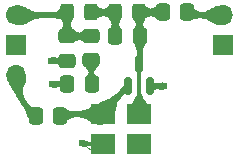
<source format=gbr>
%TF.GenerationSoftware,KiCad,Pcbnew,(6.0.7)*%
%TF.CreationDate,2022-10-05T07:55:04+03:00*%
%TF.ProjectId,Basic-150-MHz-Telemetry-Transmitter-SMD,42617369-632d-4313-9530-2d4d487a2d54,rev?*%
%TF.SameCoordinates,Original*%
%TF.FileFunction,Copper,L1,Top*%
%TF.FilePolarity,Positive*%
%FSLAX46Y46*%
G04 Gerber Fmt 4.6, Leading zero omitted, Abs format (unit mm)*
G04 Created by KiCad (PCBNEW (6.0.7)) date 2022-10-05 07:55:04*
%MOMM*%
%LPD*%
G01*
G04 APERTURE LIST*
G04 Aperture macros list*
%AMRoundRect*
0 Rectangle with rounded corners*
0 $1 Rounding radius*
0 $2 $3 $4 $5 $6 $7 $8 $9 X,Y pos of 4 corners*
0 Add a 4 corners polygon primitive as box body*
4,1,4,$2,$3,$4,$5,$6,$7,$8,$9,$2,$3,0*
0 Add four circle primitives for the rounded corners*
1,1,$1+$1,$2,$3*
1,1,$1+$1,$4,$5*
1,1,$1+$1,$6,$7*
1,1,$1+$1,$8,$9*
0 Add four rect primitives between the rounded corners*
20,1,$1+$1,$2,$3,$4,$5,0*
20,1,$1+$1,$4,$5,$6,$7,0*
20,1,$1+$1,$6,$7,$8,$9,0*
20,1,$1+$1,$8,$9,$2,$3,0*%
G04 Aperture macros list end*
%TA.AperFunction,SMDPad,CuDef*%
%ADD10R,2.100000X1.800000*%
%TD*%
%TA.AperFunction,SMDPad,CuDef*%
%ADD11RoundRect,0.250000X-0.475000X0.337500X-0.475000X-0.337500X0.475000X-0.337500X0.475000X0.337500X0*%
%TD*%
%TA.AperFunction,SMDPad,CuDef*%
%ADD12RoundRect,0.250000X-0.325000X-0.450000X0.325000X-0.450000X0.325000X0.450000X-0.325000X0.450000X0*%
%TD*%
%TA.AperFunction,SMDPad,CuDef*%
%ADD13RoundRect,0.250000X-0.337500X-0.475000X0.337500X-0.475000X0.337500X0.475000X-0.337500X0.475000X0*%
%TD*%
%TA.AperFunction,SMDPad,CuDef*%
%ADD14RoundRect,0.150000X0.150000X-0.587500X0.150000X0.587500X-0.150000X0.587500X-0.150000X-0.587500X0*%
%TD*%
%TA.AperFunction,ComponentPad*%
%ADD15C,1.700000*%
%TD*%
%TA.AperFunction,ComponentPad*%
%ADD16R,1.700000X1.700000*%
%TD*%
%TA.AperFunction,ComponentPad*%
%ADD17O,1.700000X1.700000*%
%TD*%
%TA.AperFunction,SMDPad,CuDef*%
%ADD18RoundRect,0.250000X0.337500X0.475000X-0.337500X0.475000X-0.337500X-0.475000X0.337500X-0.475000X0*%
%TD*%
%TA.AperFunction,SMDPad,CuDef*%
%ADD19RoundRect,0.250000X0.475000X-0.337500X0.475000X0.337500X-0.475000X0.337500X-0.475000X-0.337500X0*%
%TD*%
%TA.AperFunction,ViaPad*%
%ADD20C,0.620000*%
%TD*%
%TA.AperFunction,Conductor*%
%ADD21C,0.500000*%
%TD*%
%TA.AperFunction,Conductor*%
%ADD22C,0.300000*%
%TD*%
G04 APERTURE END LIST*
D10*
%TO.P,Y1,1,1*%
%TO.N,Net-(C2-Pad1)*%
X52660650Y-50726100D03*
%TO.P,Y1,2,2*%
%TO.N,Net-(Q1-Pad1)*%
X49560650Y-50726100D03*
%TO.P,Y1,3,3*%
%TO.N,GND*%
X49560650Y-53226100D03*
%TO.P,Y1,4*%
%TO.N,N/C*%
X52660650Y-53226100D03*
%TD*%
D11*
%TO.P,RP1,1*%
%TO.N,Net-(C1-Pad2)*%
X48596650Y-44100600D03*
%TO.P,RP1,2*%
%TO.N,Net-(CP1-Pad1)*%
X48596650Y-46175600D03*
%TD*%
D12*
%TO.P,L1,1,1*%
%TO.N,Net-(C1-Pad2)*%
X46546650Y-42090100D03*
%TO.P,L1,2,2*%
%TO.N,Net-(C2-Pad2)*%
X48596650Y-42090100D03*
%TD*%
D13*
%TO.P,C3,1*%
%TO.N,Net-(C2-Pad1)*%
X54649650Y-42090100D03*
%TO.P,C3,2*%
%TO.N,Net-(J2-Pad2)*%
X56724650Y-42090100D03*
%TD*%
D14*
%TO.P,Q1,1,B*%
%TO.N,Net-(Q1-Pad1)*%
X51710650Y-48361600D03*
%TO.P,Q1,2,E*%
%TO.N,GND*%
X53610650Y-48361600D03*
%TO.P,Q1,3,C*%
%TO.N,Net-(C2-Pad1)*%
X52660650Y-46486600D03*
%TD*%
D13*
%TO.P,R1,1*%
%TO.N,data*%
X43876150Y-50878500D03*
%TO.P,R1,2*%
%TO.N,Net-(Q1-Pad1)*%
X45951150Y-50878500D03*
%TD*%
D15*
%TO.P,J1,1,Pin_1*%
%TO.N,Net-(C1-Pad2)*%
X42246650Y-42359100D03*
D16*
%TO.P,J1,2,Pin_2*%
%TO.N,GND*%
X42246650Y-44899100D03*
D17*
%TO.P,J1,3,Pin_3*%
%TO.N,data*%
X42246650Y-47439100D03*
%TD*%
D18*
%TO.P,C2,1*%
%TO.N,Net-(C2-Pad1)*%
X52703650Y-44122100D03*
%TO.P,C2,2*%
%TO.N,Net-(C2-Pad2)*%
X50628650Y-44122100D03*
%TD*%
%TO.P,CP1,1*%
%TO.N,Net-(CP1-Pad1)*%
X48618150Y-48186100D03*
%TO.P,CP1,2*%
%TO.N,GND*%
X46543150Y-48186100D03*
%TD*%
D16*
%TO.P,J2,1,Pin_1*%
%TO.N,GND*%
X59772650Y-44884100D03*
D17*
%TO.P,J2,2,Pin_2*%
%TO.N,Net-(J2-Pad2)*%
X59772650Y-42344100D03*
%TD*%
D19*
%TO.P,C1,1*%
%TO.N,GND*%
X46564650Y-46197100D03*
%TO.P,C1,2*%
%TO.N,Net-(C1-Pad2)*%
X46564650Y-44122100D03*
%TD*%
D12*
%TO.P,L2,1,1*%
%TO.N,Net-(C2-Pad2)*%
X50628650Y-42090100D03*
%TO.P,L2,2,2*%
%TO.N,Net-(C2-Pad1)*%
X52678650Y-42090100D03*
%TD*%
D20*
%TO.N,GND*%
X54718050Y-48338500D03*
X45167650Y-46179500D03*
X45269250Y-48186100D03*
X47809250Y-53189900D03*
%TD*%
D21*
%TO.N,GND*%
X46543150Y-48186100D02*
X45269250Y-48186100D01*
X46564650Y-46197100D02*
X45185250Y-46197100D01*
D22*
X49560650Y-53226100D02*
X47845450Y-53226100D01*
X47845450Y-53226100D02*
X47809250Y-53189900D01*
D21*
X53610650Y-48361600D02*
X54694950Y-48361600D01*
D22*
X45185250Y-46197100D02*
X45167650Y-46179500D01*
X54694950Y-48361600D02*
X54718050Y-48338500D01*
D21*
%TO.N,Net-(C1-Pad2)*%
X48575150Y-44122100D02*
X48596650Y-44100600D01*
X46546650Y-44104100D02*
X46564650Y-44122100D01*
X46564650Y-44122100D02*
X48575150Y-44122100D01*
X46546650Y-42090100D02*
X46546650Y-44104100D01*
X42246650Y-42359100D02*
X46277650Y-42359100D01*
X46277650Y-42359100D02*
X46546650Y-42090100D01*
D22*
%TO.N,Net-(C2-Pad1)*%
X52703650Y-46443600D02*
X52660650Y-46486600D01*
X52660650Y-50726100D02*
X52660650Y-46486600D01*
D21*
X52678650Y-44097100D02*
X52703650Y-44122100D01*
X52678650Y-42090100D02*
X54649650Y-42090100D01*
X52678650Y-42090100D02*
X52678650Y-44097100D01*
X52703650Y-44122100D02*
X52703650Y-46443600D01*
%TO.N,Net-(C2-Pad2)*%
X48596650Y-42090100D02*
X50628650Y-42090100D01*
X50628650Y-42090100D02*
X50628650Y-44122100D01*
%TO.N,Net-(J2-Pad2)*%
X56978650Y-42344100D02*
X59772650Y-42344100D01*
X56724650Y-42090100D02*
X56978650Y-42344100D01*
D22*
%TO.N,Net-(CP1-Pad1)*%
X48596650Y-48164600D02*
X48618150Y-48186100D01*
X48596650Y-46175600D02*
X48596650Y-48164600D01*
%TO.N,data*%
X42246650Y-47439100D02*
X42246650Y-47592146D01*
X43418223Y-50420573D02*
X43876150Y-50878500D01*
D21*
X43418221Y-50420575D02*
G75*
G02*
X42246650Y-47592146I2828429J2828425D01*
G01*
D22*
%TO.N,Net-(Q1-Pad1)*%
X45951150Y-50878500D02*
X46103550Y-50726100D01*
D21*
X46103550Y-50726100D02*
X49560650Y-50726100D01*
X49560650Y-50511600D02*
X51710650Y-48361600D01*
D22*
X49560650Y-50726100D02*
X49560650Y-50511600D01*
%TD*%
%TA.AperFunction,Conductor*%
%TO.N,data*%
G36*
X43001566Y-49662946D02*
G01*
X43076241Y-49769798D01*
X43156117Y-49862020D01*
X43235242Y-49933887D01*
X43314069Y-49988846D01*
X43393054Y-50030344D01*
X43472651Y-50061826D01*
X43553314Y-50086739D01*
X43635499Y-50108528D01*
X43719482Y-50130594D01*
X43719828Y-50130691D01*
X43805911Y-50156420D01*
X43806596Y-50156649D01*
X43850072Y-50172730D01*
X43895249Y-50189441D01*
X43896179Y-50189831D01*
X43942134Y-50211495D01*
X43988026Y-50233131D01*
X43989035Y-50233669D01*
X44051184Y-50270893D01*
X44084635Y-50290929D01*
X44085630Y-50291596D01*
X44185556Y-50366316D01*
X44186439Y-50367047D01*
X44285961Y-50457947D01*
X44289759Y-50466057D01*
X44289171Y-50470286D01*
X44086126Y-51079420D01*
X44080258Y-51086185D01*
X44076783Y-51087287D01*
X43387679Y-51191929D01*
X43378985Y-51189783D01*
X43375932Y-51186452D01*
X43306148Y-51071917D01*
X43305938Y-51071556D01*
X43245684Y-50963234D01*
X43245447Y-50962785D01*
X43196581Y-50865194D01*
X43196355Y-50864716D01*
X43156776Y-50775857D01*
X43156580Y-50775389D01*
X43124215Y-50693309D01*
X43124064Y-50692905D01*
X43096818Y-50615573D01*
X43096724Y-50615296D01*
X43072503Y-50540658D01*
X43072472Y-50540560D01*
X43049274Y-50466862D01*
X43025023Y-50392133D01*
X43025011Y-50392095D01*
X42997643Y-50314417D01*
X42965100Y-50231887D01*
X42946273Y-50189617D01*
X42925362Y-50142671D01*
X42925314Y-50142563D01*
X42884887Y-50061826D01*
X42876274Y-50044624D01*
X42876266Y-50044609D01*
X42876214Y-50044505D01*
X42868254Y-50030194D01*
X42845348Y-49989016D01*
X42815731Y-49935772D01*
X42770796Y-49862020D01*
X42747776Y-49824237D01*
X42746398Y-49815388D01*
X42751503Y-49808268D01*
X42985711Y-49659767D01*
X42994533Y-49658231D01*
X43001566Y-49662946D01*
G37*
%TD.AperFunction*%
%TD*%
%TA.AperFunction,Conductor*%
%TO.N,Net-(Q1-Pad1)*%
G36*
X46087980Y-50293354D02*
G01*
X46088418Y-50293370D01*
X46207818Y-50299981D01*
X46208279Y-50300016D01*
X46313100Y-50310226D01*
X46313571Y-50310282D01*
X46359501Y-50316783D01*
X46406490Y-50323434D01*
X46406973Y-50323513D01*
X46450670Y-50331575D01*
X46490670Y-50338956D01*
X46491034Y-50339030D01*
X46568198Y-50356123D01*
X46568472Y-50356187D01*
X46641775Y-50374284D01*
X46641872Y-50374308D01*
X46714020Y-50392777D01*
X46714053Y-50392785D01*
X46714077Y-50392791D01*
X46787607Y-50410944D01*
X46787657Y-50410955D01*
X46865001Y-50428088D01*
X46865017Y-50428091D01*
X46865106Y-50428111D01*
X46865178Y-50428124D01*
X46865201Y-50428129D01*
X46946870Y-50443198D01*
X46949223Y-50443632D01*
X46949328Y-50443647D01*
X46949347Y-50443650D01*
X47042476Y-50456831D01*
X47042481Y-50456832D01*
X47042604Y-50456849D01*
X47147896Y-50467105D01*
X47147993Y-50467110D01*
X47148001Y-50467111D01*
X47267652Y-50473736D01*
X47267660Y-50473736D01*
X47267745Y-50473741D01*
X47267827Y-50473742D01*
X47267843Y-50473743D01*
X47295935Y-50474226D01*
X47404800Y-50476100D01*
X47404800Y-50976100D01*
X47357195Y-50977493D01*
X47357192Y-50977493D01*
X47275904Y-50979872D01*
X47275706Y-50979891D01*
X47275694Y-50979892D01*
X47164640Y-50990688D01*
X47164414Y-50990710D01*
X47129215Y-50996963D01*
X47067957Y-51007845D01*
X47067953Y-51007846D01*
X47067699Y-51007891D01*
X46983130Y-51030694D01*
X46982893Y-51030781D01*
X46982885Y-51030784D01*
X46908312Y-51058309D01*
X46908302Y-51058313D01*
X46908075Y-51058397D01*
X46872908Y-51074845D01*
X46840086Y-51090195D01*
X46840079Y-51090198D01*
X46839907Y-51090279D01*
X46839738Y-51090372D01*
X46839731Y-51090376D01*
X46776125Y-51125546D01*
X46775993Y-51125619D01*
X46775879Y-51125689D01*
X46775875Y-51125691D01*
X46713706Y-51163694D01*
X46650428Y-51203775D01*
X46650320Y-51203842D01*
X46583678Y-51245050D01*
X46583344Y-51245250D01*
X46510528Y-51286990D01*
X46510055Y-51287245D01*
X46446384Y-51319672D01*
X46428521Y-51328769D01*
X46427899Y-51329063D01*
X46334943Y-51369710D01*
X46334267Y-51369981D01*
X46227179Y-51409076D01*
X46226501Y-51409300D01*
X46191377Y-51419742D01*
X46109459Y-51444095D01*
X46100553Y-51443168D01*
X46097360Y-51440629D01*
X45924662Y-51245250D01*
X45687015Y-50976394D01*
X45672193Y-50959625D01*
X45669281Y-50951156D01*
X45670203Y-50947271D01*
X45948056Y-50298228D01*
X45954462Y-50291972D01*
X45959012Y-50291135D01*
X46087980Y-50293354D01*
G37*
%TD.AperFunction*%
%TD*%
%TA.AperFunction,Conductor*%
%TO.N,Net-(C2-Pad1)*%
G36*
X53269054Y-44111052D02*
G01*
X53269055Y-44111053D01*
X53284458Y-44118754D01*
X53290326Y-44125519D01*
X53290920Y-44129578D01*
X53286863Y-44261615D01*
X53286812Y-44262414D01*
X53274793Y-44383305D01*
X53274673Y-44384174D01*
X53256129Y-44489581D01*
X53255937Y-44490469D01*
X53232058Y-44583287D01*
X53231813Y-44584113D01*
X53203764Y-44667239D01*
X53203514Y-44667911D01*
X53172435Y-44744230D01*
X53172246Y-44744667D01*
X53139299Y-44816988D01*
X53139229Y-44817140D01*
X53105550Y-44888352D01*
X53072450Y-44961010D01*
X53041150Y-45037871D01*
X53012850Y-45121741D01*
X52988750Y-45215420D01*
X52970050Y-45321713D01*
X52957950Y-45443421D01*
X52957944Y-45443624D01*
X52953999Y-45572009D01*
X52950320Y-45580173D01*
X52942305Y-45583350D01*
X52464995Y-45583350D01*
X52456722Y-45579923D01*
X52453301Y-45572009D01*
X52449356Y-45443624D01*
X52449350Y-45443421D01*
X52437250Y-45321713D01*
X52418550Y-45215420D01*
X52394450Y-45121741D01*
X52366150Y-45037871D01*
X52334850Y-44961010D01*
X52301750Y-44888352D01*
X52268071Y-44817140D01*
X52268001Y-44816988D01*
X52235054Y-44744667D01*
X52234865Y-44744230D01*
X52203786Y-44667911D01*
X52203536Y-44667239D01*
X52175487Y-44584113D01*
X52175242Y-44583287D01*
X52151363Y-44490469D01*
X52151171Y-44489581D01*
X52132627Y-44384174D01*
X52132507Y-44383305D01*
X52120488Y-44262414D01*
X52120437Y-44261615D01*
X52116161Y-44122459D01*
X52116160Y-44122095D01*
X52703650Y-43828350D01*
X53269054Y-44111052D01*
G37*
%TD.AperFunction*%
%TD*%
%TA.AperFunction,Conductor*%
%TO.N,GND*%
G36*
X53679981Y-48062236D02*
G01*
X53680200Y-48062241D01*
X53697438Y-48062749D01*
X53740775Y-48064026D01*
X53741035Y-48064037D01*
X53794269Y-48066793D01*
X53794539Y-48066810D01*
X53821051Y-48068799D01*
X53841866Y-48070361D01*
X53842054Y-48070377D01*
X53884851Y-48074556D01*
X53884969Y-48074569D01*
X53922919Y-48079011D01*
X53924471Y-48079193D01*
X53924622Y-48079212D01*
X53962110Y-48084096D01*
X53962164Y-48084103D01*
X53999135Y-48089096D01*
X54036768Y-48094000D01*
X54036775Y-48094001D01*
X54036815Y-48094006D01*
X54060950Y-48096830D01*
X54076388Y-48098637D01*
X54076410Y-48098639D01*
X54076426Y-48098641D01*
X54119243Y-48102822D01*
X54119268Y-48102824D01*
X54119319Y-48102829D01*
X54140134Y-48104392D01*
X54141405Y-48104487D01*
X54166887Y-48106400D01*
X54220414Y-48109170D01*
X54281227Y-48110962D01*
X54350650Y-48111600D01*
X54350650Y-48611600D01*
X54281227Y-48612237D01*
X54220414Y-48614029D01*
X54166887Y-48616800D01*
X54119319Y-48620370D01*
X54119270Y-48620375D01*
X54119243Y-48620377D01*
X54076426Y-48624558D01*
X54076410Y-48624560D01*
X54076388Y-48624562D01*
X54062686Y-48626166D01*
X54036815Y-48629194D01*
X54036775Y-48629199D01*
X54036768Y-48629200D01*
X53999135Y-48634103D01*
X53962164Y-48639096D01*
X53962110Y-48639103D01*
X53924622Y-48643988D01*
X53924470Y-48644007D01*
X53915293Y-48645081D01*
X53884977Y-48648629D01*
X53884849Y-48648643D01*
X53842053Y-48652822D01*
X53841874Y-48652837D01*
X53816811Y-48654718D01*
X53794540Y-48656390D01*
X53794269Y-48656407D01*
X53741035Y-48659162D01*
X53740775Y-48659173D01*
X53697438Y-48660450D01*
X53680200Y-48660958D01*
X53679982Y-48660963D01*
X53617955Y-48661533D01*
X53609650Y-48658182D01*
X53607382Y-48655065D01*
X53463266Y-48366832D01*
X53462631Y-48357900D01*
X53463266Y-48356368D01*
X53607383Y-48068134D01*
X53614147Y-48062267D01*
X53617954Y-48061667D01*
X53679981Y-48062236D01*
G37*
%TD.AperFunction*%
%TD*%
%TA.AperFunction,Conductor*%
%TO.N,Net-(J2-Pad2)*%
G36*
X56983643Y-41562937D02*
G01*
X57084251Y-41614114D01*
X57084809Y-41614417D01*
X57128743Y-41639855D01*
X57177306Y-41667974D01*
X57177806Y-41668282D01*
X57258204Y-41720564D01*
X57258636Y-41720858D01*
X57329350Y-41771479D01*
X57329653Y-41771704D01*
X57393053Y-41820254D01*
X57393182Y-41820354D01*
X57451679Y-41866456D01*
X57451690Y-41866464D01*
X57507540Y-41909604D01*
X57537286Y-41930879D01*
X57562884Y-41949187D01*
X57562893Y-41949193D01*
X57563037Y-41949296D01*
X57620541Y-41985106D01*
X57682413Y-42016599D01*
X57751013Y-42043340D01*
X57751305Y-42043421D01*
X57751308Y-42043422D01*
X57828434Y-42064821D01*
X57828701Y-42064895D01*
X57867287Y-42071793D01*
X57913339Y-42080026D01*
X57913341Y-42080026D01*
X57917838Y-42080830D01*
X58020784Y-42090710D01*
X58139900Y-42094100D01*
X58139900Y-42594100D01*
X58007191Y-42595163D01*
X57890922Y-42598157D01*
X57834575Y-42600704D01*
X57834572Y-42600704D01*
X57834329Y-42600715D01*
X57834328Y-42600715D01*
X57788584Y-42602783D01*
X57788573Y-42602784D01*
X57788560Y-42602784D01*
X57788544Y-42602785D01*
X57697642Y-42608742D01*
X57697621Y-42608744D01*
X57697585Y-42608746D01*
X57615459Y-42615748D01*
X57569977Y-42620394D01*
X57539692Y-42623488D01*
X57539656Y-42623492D01*
X57539563Y-42623503D01*
X57539559Y-42623503D01*
X57467647Y-42631681D01*
X57396902Y-42640018D01*
X57396855Y-42640023D01*
X57340372Y-42646447D01*
X57324918Y-42648205D01*
X57324825Y-42648215D01*
X57249146Y-42655945D01*
X57249069Y-42655953D01*
X57207675Y-42659482D01*
X57167065Y-42662944D01*
X57166836Y-42662961D01*
X57118442Y-42666133D01*
X57076066Y-42668911D01*
X57075897Y-42668920D01*
X56973738Y-42673537D01*
X56973512Y-42673545D01*
X56857428Y-42676534D01*
X56857318Y-42676536D01*
X56778576Y-42677168D01*
X56732853Y-42677534D01*
X56724552Y-42674173D01*
X56721792Y-42669910D01*
X56462363Y-41971948D01*
X56462693Y-41963000D01*
X56466127Y-41958652D01*
X56477979Y-41949394D01*
X56971135Y-41564145D01*
X56979765Y-41561752D01*
X56983643Y-41562937D01*
G37*
%TD.AperFunction*%
%TD*%
%TA.AperFunction,Conductor*%
%TO.N,Net-(C2-Pad1)*%
G36*
X52950238Y-45737027D02*
G01*
X52953665Y-45745285D01*
X52953739Y-45804105D01*
X52953739Y-45804153D01*
X52953964Y-45859432D01*
X52953990Y-45865909D01*
X52954377Y-45920348D01*
X52954877Y-45968763D01*
X52955464Y-46012492D01*
X52956113Y-46052874D01*
X52956800Y-46091248D01*
X52957112Y-46108074D01*
X52957498Y-46128944D01*
X52957498Y-46128951D01*
X52958185Y-46167304D01*
X52958185Y-46167326D01*
X52958834Y-46207677D01*
X52958822Y-46207708D01*
X52958834Y-46207708D01*
X52959421Y-46251400D01*
X52959421Y-46251436D01*
X52959921Y-46299813D01*
X52959906Y-46299851D01*
X52959921Y-46299851D01*
X52960308Y-46354291D01*
X52960559Y-46416094D01*
X52960636Y-46475969D01*
X52960649Y-46486459D01*
X52960647Y-46486601D01*
X52639575Y-46635111D01*
X52369625Y-46448593D01*
X52364767Y-46441070D01*
X52364704Y-46437239D01*
X52373537Y-46378095D01*
X52373565Y-46377921D01*
X52383104Y-46320018D01*
X52383132Y-46319852D01*
X52392311Y-46268746D01*
X52392338Y-46268603D01*
X52401073Y-46223205D01*
X52409338Y-46182120D01*
X52417060Y-46144176D01*
X52424189Y-46108096D01*
X52430672Y-46072607D01*
X52436459Y-46036432D01*
X52441496Y-45998298D01*
X52445734Y-45956928D01*
X52449119Y-45911049D01*
X52450434Y-45883692D01*
X52451600Y-45859432D01*
X52451605Y-45859280D01*
X52453129Y-45800660D01*
X52453129Y-45800622D01*
X52453560Y-45745209D01*
X52457051Y-45736963D01*
X52465260Y-45733600D01*
X52941965Y-45733600D01*
X52950238Y-45737027D01*
G37*
%TD.AperFunction*%
%TD*%
%TA.AperFunction,Conductor*%
%TO.N,Net-(Q1-Pad1)*%
G36*
X50010650Y-50726100D02*
G01*
X49788728Y-51169944D01*
X49564024Y-51619353D01*
X49557259Y-51625221D01*
X49553115Y-51625813D01*
X49343926Y-51617836D01*
X49342949Y-51617757D01*
X49155866Y-51594581D01*
X49154803Y-51594398D01*
X49035553Y-51568132D01*
X48992374Y-51558621D01*
X48991287Y-51558326D01*
X48927957Y-51537823D01*
X48848959Y-51512248D01*
X48847974Y-51511879D01*
X48721152Y-51457751D01*
X48720369Y-51457382D01*
X48663911Y-51428173D01*
X48604465Y-51397418D01*
X48603990Y-51397157D01*
X48494494Y-51333587D01*
X48494402Y-51333532D01*
X48386866Y-51268648D01*
X48386808Y-51268614D01*
X48277202Y-51204981D01*
X48277193Y-51204976D01*
X48277062Y-51204900D01*
X48160546Y-51144618D01*
X48032842Y-51090114D01*
X48032600Y-51090036D01*
X48032593Y-51090033D01*
X47889751Y-51043789D01*
X47889744Y-51043787D01*
X47889475Y-51043700D01*
X47725971Y-51007685D01*
X47725690Y-51007650D01*
X47725689Y-51007650D01*
X47538098Y-50984411D01*
X47538093Y-50984411D01*
X47537854Y-50984381D01*
X47510814Y-50983350D01*
X47357381Y-50977500D01*
X47357375Y-50977500D01*
X47357192Y-50977493D01*
X47357189Y-50977493D01*
X47320650Y-50976100D01*
X47320650Y-50476100D01*
X47346954Y-50475097D01*
X47346956Y-50475097D01*
X47455975Y-50470940D01*
X47537854Y-50467818D01*
X47538093Y-50467788D01*
X47538098Y-50467788D01*
X47725689Y-50444549D01*
X47725690Y-50444549D01*
X47725971Y-50444514D01*
X47889475Y-50408500D01*
X47889744Y-50408413D01*
X47889751Y-50408411D01*
X48032593Y-50362166D01*
X48032600Y-50362163D01*
X48032842Y-50362085D01*
X48160546Y-50307581D01*
X48277062Y-50247300D01*
X48277202Y-50247219D01*
X48386808Y-50183585D01*
X48386866Y-50183551D01*
X48426231Y-50159799D01*
X48494376Y-50118683D01*
X48494546Y-50118583D01*
X48562701Y-50079014D01*
X48603990Y-50055043D01*
X48604465Y-50054782D01*
X48664029Y-50023965D01*
X48720369Y-49994817D01*
X48721152Y-49994448D01*
X48847974Y-49940320D01*
X48848959Y-49939951D01*
X48991287Y-49893874D01*
X48992374Y-49893579D01*
X49036024Y-49883964D01*
X49154803Y-49857801D01*
X49155866Y-49857618D01*
X49188186Y-49853615D01*
X49188187Y-49853614D01*
X49343445Y-49834381D01*
X49560650Y-49826100D01*
X50010650Y-50726100D01*
G37*
%TD.AperFunction*%
%TD*%
%TA.AperFunction,Conductor*%
%TO.N,Net-(C2-Pad2)*%
G36*
X51009488Y-41993019D02*
G01*
X51196961Y-42086756D01*
X51202829Y-42093521D01*
X51203424Y-42097574D01*
X51199521Y-42226773D01*
X51199471Y-42227558D01*
X51187898Y-42346000D01*
X51187782Y-42346855D01*
X51169925Y-42450169D01*
X51169740Y-42451037D01*
X51155770Y-42506324D01*
X51146747Y-42542031D01*
X51146510Y-42542845D01*
X51119501Y-42624363D01*
X51119259Y-42625026D01*
X51089339Y-42699877D01*
X51089156Y-42700310D01*
X51072875Y-42736724D01*
X51057375Y-42771390D01*
X51024924Y-42841309D01*
X50993050Y-42912598D01*
X50962909Y-42987999D01*
X50962848Y-42988182D01*
X50962848Y-42988183D01*
X50935724Y-43070048D01*
X50935720Y-43070062D01*
X50935657Y-43070252D01*
X50912450Y-43162097D01*
X50894442Y-43266276D01*
X50882790Y-43385530D01*
X50878650Y-43522600D01*
X50378650Y-43522600D01*
X50374509Y-43385530D01*
X50362857Y-43266276D01*
X50344850Y-43162097D01*
X50321642Y-43070252D01*
X50294390Y-42987999D01*
X50264250Y-42912598D01*
X50232375Y-42841309D01*
X50199924Y-42771390D01*
X50197602Y-42766196D01*
X50168144Y-42700309D01*
X50167961Y-42699877D01*
X50138040Y-42625026D01*
X50137798Y-42624363D01*
X50127726Y-42593964D01*
X50127725Y-42593963D01*
X50110657Y-42542447D01*
X50087450Y-42450602D01*
X50069442Y-42346423D01*
X50057790Y-42227169D01*
X50053650Y-42090100D01*
X50628650Y-41802600D01*
X51009488Y-41993019D01*
G37*
%TD.AperFunction*%
%TD*%
%TA.AperFunction,Conductor*%
%TO.N,Net-(C1-Pad2)*%
G36*
X46704578Y-43538900D02*
G01*
X46826286Y-43551000D01*
X46932579Y-43569700D01*
X47026258Y-43593800D01*
X47065981Y-43607204D01*
X47067724Y-43607792D01*
X47067725Y-43607793D01*
X47109789Y-43621986D01*
X47110461Y-43622236D01*
X47186780Y-43653315D01*
X47187217Y-43653504D01*
X47259538Y-43686451D01*
X47259690Y-43686521D01*
X47324254Y-43717056D01*
X47330902Y-43720200D01*
X47330946Y-43720220D01*
X47403434Y-43753243D01*
X47403451Y-43753250D01*
X47403560Y-43753300D01*
X47480421Y-43784600D01*
X47480590Y-43784657D01*
X47480598Y-43784660D01*
X47531406Y-43801804D01*
X47564291Y-43812900D01*
X47564487Y-43812950D01*
X47564499Y-43812954D01*
X47573383Y-43815239D01*
X47657970Y-43837000D01*
X47764263Y-43855700D01*
X47885971Y-43867800D01*
X48025900Y-43872100D01*
X48025900Y-44372100D01*
X47885971Y-44376400D01*
X47764263Y-44388500D01*
X47657970Y-44407200D01*
X47583512Y-44426355D01*
X47570717Y-44429647D01*
X47564500Y-44431246D01*
X47564494Y-44431248D01*
X47564291Y-44431300D01*
X47539723Y-44439590D01*
X47480598Y-44459540D01*
X47480590Y-44459543D01*
X47480421Y-44459600D01*
X47403560Y-44490900D01*
X47403451Y-44490950D01*
X47403434Y-44490957D01*
X47338210Y-44520671D01*
X47330902Y-44524000D01*
X47330881Y-44524010D01*
X47259690Y-44557679D01*
X47259538Y-44557749D01*
X47187217Y-44590696D01*
X47186780Y-44590885D01*
X47110461Y-44621964D01*
X47109789Y-44622214D01*
X47026663Y-44650263D01*
X47025837Y-44650508D01*
X46969074Y-44665111D01*
X46933014Y-44674388D01*
X46932136Y-44674578D01*
X46826724Y-44693123D01*
X46825859Y-44693242D01*
X46704953Y-44705263D01*
X46704174Y-44705312D01*
X46624124Y-44707772D01*
X46572128Y-44709370D01*
X46563754Y-44706199D01*
X46561304Y-44702908D01*
X46455328Y-44490957D01*
X46270900Y-44122100D01*
X46564650Y-43534600D01*
X46704578Y-43538900D01*
G37*
%TD.AperFunction*%
%TD*%
%TA.AperFunction,Conductor*%
%TO.N,Net-(C1-Pad2)*%
G36*
X46897573Y-41978062D02*
G01*
X47114961Y-42086756D01*
X47120829Y-42093521D01*
X47121424Y-42097574D01*
X47117521Y-42226773D01*
X47117471Y-42227558D01*
X47105898Y-42346000D01*
X47105782Y-42346855D01*
X47087925Y-42450169D01*
X47087740Y-42451037D01*
X47073770Y-42506324D01*
X47064747Y-42542031D01*
X47064510Y-42542845D01*
X47037501Y-42624363D01*
X47037259Y-42625026D01*
X47007339Y-42699877D01*
X47007156Y-42700310D01*
X46990875Y-42736724D01*
X46975375Y-42771390D01*
X46942924Y-42841309D01*
X46911050Y-42912598D01*
X46880909Y-42987999D01*
X46880848Y-42988182D01*
X46880848Y-42988183D01*
X46853724Y-43070048D01*
X46853720Y-43070062D01*
X46853657Y-43070252D01*
X46830450Y-43162097D01*
X46812442Y-43266276D01*
X46800790Y-43385530D01*
X46796650Y-43522600D01*
X46296650Y-43522600D01*
X46292509Y-43385530D01*
X46280857Y-43266276D01*
X46262850Y-43162097D01*
X46245490Y-43093395D01*
X46239701Y-43070484D01*
X46239698Y-43070475D01*
X46239642Y-43070252D01*
X46212390Y-42987999D01*
X46182250Y-42912598D01*
X46150375Y-42841309D01*
X46117924Y-42771390D01*
X46115602Y-42766196D01*
X46086144Y-42700309D01*
X46085961Y-42699877D01*
X46067787Y-42654415D01*
X46055909Y-42624700D01*
X46028657Y-42542447D01*
X46005450Y-42450602D01*
X45987442Y-42346423D01*
X45975790Y-42227169D01*
X45971650Y-42090100D01*
X46546650Y-41802600D01*
X46897573Y-41978062D01*
G37*
%TD.AperFunction*%
%TD*%
%TA.AperFunction,Conductor*%
%TO.N,GND*%
G36*
X45293502Y-47876358D02*
G01*
X45340960Y-47876863D01*
X45341160Y-47876867D01*
X45371612Y-47877909D01*
X45403801Y-47879010D01*
X45404102Y-47879024D01*
X45440656Y-47881219D01*
X45459167Y-47882332D01*
X45459438Y-47882351D01*
X45508367Y-47886614D01*
X45508639Y-47886642D01*
X45522069Y-47888165D01*
X45552708Y-47891640D01*
X45552966Y-47891672D01*
X45593682Y-47897207D01*
X45593857Y-47897232D01*
X45632593Y-47903095D01*
X45632655Y-47903104D01*
X45670772Y-47909084D01*
X45670774Y-47909084D01*
X45670844Y-47909095D01*
X45709686Y-47914975D01*
X45709761Y-47914986D01*
X45743635Y-47919590D01*
X45750655Y-47920544D01*
X45795021Y-47925575D01*
X45795095Y-47925581D01*
X45795110Y-47925583D01*
X45844118Y-47929854D01*
X45844142Y-47929856D01*
X45844191Y-47929860D01*
X45844249Y-47929863D01*
X45844270Y-47929865D01*
X45899486Y-47933181D01*
X45899495Y-47933181D01*
X45899538Y-47933184D01*
X45899591Y-47933186D01*
X45899595Y-47933186D01*
X45962365Y-47935333D01*
X45962390Y-47935334D01*
X45962433Y-47935335D01*
X45962489Y-47935336D01*
X45962508Y-47935336D01*
X46022675Y-47935977D01*
X46030911Y-47939491D01*
X46034250Y-47947676D01*
X46034250Y-48424524D01*
X46030823Y-48432797D01*
X46022674Y-48436223D01*
X45962507Y-48436863D01*
X45962487Y-48436863D01*
X45962433Y-48436864D01*
X45962387Y-48436866D01*
X45962367Y-48436866D01*
X45899586Y-48439013D01*
X45899569Y-48439014D01*
X45899538Y-48439015D01*
X45871780Y-48440683D01*
X45844283Y-48442334D01*
X45844257Y-48442336D01*
X45844191Y-48442340D01*
X45813195Y-48445041D01*
X45795110Y-48446616D01*
X45795095Y-48446618D01*
X45795021Y-48446624D01*
X45750655Y-48451655D01*
X45743775Y-48452590D01*
X45709761Y-48457214D01*
X45709686Y-48457225D01*
X45670844Y-48463104D01*
X45655905Y-48465447D01*
X45655904Y-48465447D01*
X45653605Y-48465808D01*
X45653606Y-48465808D01*
X45632655Y-48469095D01*
X45593779Y-48474980D01*
X45552844Y-48480544D01*
X45508478Y-48485575D01*
X45476542Y-48488358D01*
X45476541Y-48488358D01*
X45475483Y-48488450D01*
X45475481Y-48488450D01*
X45464157Y-48489437D01*
X45459448Y-48489848D01*
X45459156Y-48489869D01*
X45444407Y-48490755D01*
X45404104Y-48493175D01*
X45403803Y-48493189D01*
X45374604Y-48494188D01*
X45341160Y-48495332D01*
X45340962Y-48495336D01*
X45282592Y-48495958D01*
X45276568Y-48496022D01*
X45268258Y-48492684D01*
X45265978Y-48489555D01*
X45116866Y-48191332D01*
X45116231Y-48182400D01*
X45116866Y-48180868D01*
X45265978Y-47882645D01*
X45272743Y-47876777D01*
X45276567Y-47876178D01*
X45293502Y-47876358D01*
G37*
%TD.AperFunction*%
%TD*%
%TA.AperFunction,Conductor*%
%TO.N,Net-(CP1-Pad1)*%
G36*
X48601882Y-45884466D02*
G01*
X49177396Y-46172223D01*
X49183263Y-46178987D01*
X49183854Y-46183146D01*
X49178595Y-46317086D01*
X49178510Y-46318108D01*
X49162961Y-46439939D01*
X49162764Y-46441049D01*
X49138780Y-46546646D01*
X49138468Y-46547763D01*
X49107582Y-46640198D01*
X49107191Y-46641210D01*
X49070901Y-46723522D01*
X49070512Y-46724320D01*
X49030287Y-46799527D01*
X49030000Y-46800032D01*
X48987302Y-46871133D01*
X48987197Y-46871306D01*
X48943557Y-46941215D01*
X48900650Y-47012665D01*
X48860075Y-47088525D01*
X48823390Y-47171734D01*
X48792150Y-47265231D01*
X48767909Y-47371956D01*
X48752224Y-47494849D01*
X48746650Y-47636850D01*
X48446650Y-47636850D01*
X48441075Y-47494849D01*
X48425390Y-47371956D01*
X48401150Y-47265231D01*
X48369909Y-47171734D01*
X48369802Y-47171492D01*
X48369799Y-47171483D01*
X48333313Y-47088727D01*
X48333224Y-47088525D01*
X48292650Y-47012665D01*
X48249742Y-46941215D01*
X48206057Y-46871234D01*
X48191719Y-46847358D01*
X48163305Y-46800041D01*
X48163018Y-46799536D01*
X48122787Y-46724320D01*
X48122398Y-46723522D01*
X48086108Y-46641210D01*
X48085717Y-46640198D01*
X48054832Y-46547763D01*
X48054520Y-46546646D01*
X48030535Y-46441049D01*
X48030338Y-46439939D01*
X48014789Y-46318108D01*
X48014704Y-46317086D01*
X48009446Y-46183146D01*
X48012546Y-46174745D01*
X48015903Y-46172223D01*
X48591418Y-45884466D01*
X48600350Y-45883831D01*
X48601882Y-45884466D01*
G37*
%TD.AperFunction*%
%TD*%
%TA.AperFunction,Conductor*%
%TO.N,Net-(C2-Pad2)*%
G36*
X48716186Y-41518710D02*
G01*
X48733324Y-41519228D01*
X48734108Y-41519278D01*
X48852550Y-41530851D01*
X48853405Y-41530967D01*
X48923693Y-41543116D01*
X48956723Y-41548826D01*
X48957588Y-41549010D01*
X49013147Y-41563049D01*
X49048581Y-41572002D01*
X49049395Y-41572239D01*
X49130923Y-41599251D01*
X49131567Y-41599486D01*
X49159139Y-41610507D01*
X49206427Y-41629411D01*
X49206859Y-41629594D01*
X49277844Y-41661331D01*
X49277957Y-41661382D01*
X49347859Y-41693825D01*
X49419042Y-41725653D01*
X49419057Y-41725659D01*
X49419148Y-41725700D01*
X49494549Y-41755840D01*
X49576802Y-41783092D01*
X49577025Y-41783148D01*
X49577034Y-41783151D01*
X49597182Y-41788242D01*
X49668647Y-41806300D01*
X49772826Y-41824307D01*
X49892080Y-41835959D01*
X50029150Y-41840100D01*
X50029150Y-42340100D01*
X49892080Y-42344240D01*
X49772826Y-42355892D01*
X49668647Y-42373900D01*
X49612650Y-42388049D01*
X49611237Y-42388406D01*
X49577034Y-42397048D01*
X49577025Y-42397051D01*
X49576802Y-42397107D01*
X49494549Y-42424359D01*
X49419148Y-42454500D01*
X49419056Y-42454541D01*
X49419042Y-42454547D01*
X49347859Y-42486374D01*
X49277940Y-42518825D01*
X49243274Y-42534325D01*
X49206860Y-42550606D01*
X49206427Y-42550789D01*
X49131576Y-42580709D01*
X49130913Y-42580951D01*
X49049395Y-42607960D01*
X49048581Y-42608197D01*
X48957587Y-42631190D01*
X48956723Y-42631374D01*
X48923375Y-42637138D01*
X48853405Y-42649232D01*
X48852550Y-42649348D01*
X48734108Y-42660921D01*
X48733324Y-42660971D01*
X48713631Y-42661566D01*
X48604124Y-42664874D01*
X48595751Y-42661698D01*
X48593306Y-42658411D01*
X48311766Y-42095332D01*
X48311131Y-42086400D01*
X48311766Y-42084868D01*
X48593306Y-41521789D01*
X48600071Y-41515921D01*
X48604124Y-41515326D01*
X48716186Y-41518710D01*
G37*
%TD.AperFunction*%
%TD*%
%TA.AperFunction,Conductor*%
%TO.N,Net-(Q1-Pad1)*%
G36*
X51505447Y-48151778D02*
G01*
X51779654Y-48243180D01*
X51811166Y-48253684D01*
X51817931Y-48259552D01*
X51818566Y-48261084D01*
X51910954Y-48538246D01*
X51920472Y-48566801D01*
X51919837Y-48575733D01*
X51917569Y-48578850D01*
X51873313Y-48622300D01*
X51873142Y-48622464D01*
X51829042Y-48664039D01*
X51828904Y-48664166D01*
X51804293Y-48686355D01*
X51789270Y-48699899D01*
X51789067Y-48700078D01*
X51753103Y-48731020D01*
X51752902Y-48731189D01*
X51719769Y-48758427D01*
X51719594Y-48758568D01*
X51688468Y-48783170D01*
X51688348Y-48783264D01*
X51658311Y-48806377D01*
X51628639Y-48828988D01*
X51598561Y-48852132D01*
X51567266Y-48876868D01*
X51533945Y-48904260D01*
X51497785Y-48935371D01*
X51457976Y-48971262D01*
X51413708Y-49012995D01*
X51383180Y-49042969D01*
X51372441Y-49053512D01*
X51364137Y-49056863D01*
X51355971Y-49053436D01*
X51018814Y-48716279D01*
X51015387Y-48708006D01*
X51018738Y-48699809D01*
X51059210Y-48658586D01*
X51059217Y-48658579D01*
X51059254Y-48658541D01*
X51100987Y-48614273D01*
X51136878Y-48574464D01*
X51167989Y-48538304D01*
X51195381Y-48504983D01*
X51220117Y-48473688D01*
X51243261Y-48443610D01*
X51265872Y-48413938D01*
X51288985Y-48383901D01*
X51289079Y-48383781D01*
X51313681Y-48352655D01*
X51313822Y-48352480D01*
X51341060Y-48319347D01*
X51341229Y-48319146D01*
X51372171Y-48283182D01*
X51372350Y-48282979D01*
X51393471Y-48259552D01*
X51408083Y-48243345D01*
X51408210Y-48243207D01*
X51449785Y-48199107D01*
X51449949Y-48198936D01*
X51493400Y-48154681D01*
X51501642Y-48151178D01*
X51505447Y-48151778D01*
G37*
%TD.AperFunction*%
%TD*%
%TA.AperFunction,Conductor*%
%TO.N,Net-(C1-Pad2)*%
G36*
X48576331Y-43516854D02*
G01*
X48578895Y-43520051D01*
X48887300Y-44084610D01*
X48888259Y-44093513D01*
X48887538Y-44095367D01*
X48666428Y-44545915D01*
X48599965Y-44681345D01*
X48593244Y-44687262D01*
X48589130Y-44687885D01*
X48456406Y-44684083D01*
X48455684Y-44684040D01*
X48334026Y-44672781D01*
X48333239Y-44672682D01*
X48226993Y-44655303D01*
X48226170Y-44655138D01*
X48183445Y-44644931D01*
X48132517Y-44632764D01*
X48131741Y-44632550D01*
X48047782Y-44606274D01*
X48047147Y-44606055D01*
X47969990Y-44576943D01*
X47969573Y-44576776D01*
X47896406Y-44545915D01*
X47896261Y-44545853D01*
X47824300Y-44514351D01*
X47824268Y-44514337D01*
X47824235Y-44514323D01*
X47750759Y-44483332D01*
X47706838Y-44466760D01*
X47673252Y-44454087D01*
X47673244Y-44454084D01*
X47673087Y-44454025D01*
X47672932Y-44453977D01*
X47672919Y-44453972D01*
X47588606Y-44427585D01*
X47588591Y-44427581D01*
X47588422Y-44427528D01*
X47587410Y-44427286D01*
X47584904Y-44426687D01*
X47584902Y-44426687D01*
X47493968Y-44404964D01*
X47386928Y-44387455D01*
X47264504Y-44376126D01*
X47123900Y-44372100D01*
X47123900Y-43872100D01*
X47263331Y-43867868D01*
X47384488Y-43855929D01*
X47490182Y-43837411D01*
X47583221Y-43813444D01*
X47666418Y-43785160D01*
X47742582Y-43753688D01*
X47814524Y-43720159D01*
X47885054Y-43685702D01*
X47956817Y-43651528D01*
X47957158Y-43651373D01*
X47996384Y-43634413D01*
X48032813Y-43618662D01*
X48033432Y-43618415D01*
X48115895Y-43588212D01*
X48116672Y-43587958D01*
X48208842Y-43561332D01*
X48209689Y-43561121D01*
X48231956Y-43556454D01*
X48314474Y-43539159D01*
X48315298Y-43539016D01*
X48435599Y-43522837D01*
X48436358Y-43522761D01*
X48567848Y-43513986D01*
X48576331Y-43516854D01*
G37*
%TD.AperFunction*%
%TD*%
%TA.AperFunction,Conductor*%
%TO.N,Net-(C2-Pad1)*%
G36*
X53253650Y-42090100D02*
G01*
X53249509Y-42227169D01*
X53237857Y-42346423D01*
X53219850Y-42450602D01*
X53196642Y-42542447D01*
X53179759Y-42593403D01*
X53169501Y-42624364D01*
X53169259Y-42625027D01*
X53139339Y-42699877D01*
X53139156Y-42700310D01*
X53122875Y-42736724D01*
X53107375Y-42771390D01*
X53074924Y-42841309D01*
X53043050Y-42912598D01*
X53012909Y-42987999D01*
X52985657Y-43070252D01*
X52962450Y-43162097D01*
X52944442Y-43266276D01*
X52932790Y-43385530D01*
X52928650Y-43522600D01*
X52428650Y-43522600D01*
X52424509Y-43385530D01*
X52412857Y-43266276D01*
X52394850Y-43162097D01*
X52371642Y-43070252D01*
X52344390Y-42987999D01*
X52314250Y-42912598D01*
X52282375Y-42841309D01*
X52249924Y-42771390D01*
X52247602Y-42766196D01*
X52218144Y-42700309D01*
X52217961Y-42699877D01*
X52199057Y-42652589D01*
X52188036Y-42625017D01*
X52187801Y-42624373D01*
X52160789Y-42542845D01*
X52160552Y-42542031D01*
X52151599Y-42506597D01*
X52137560Y-42451038D01*
X52137375Y-42450169D01*
X52119517Y-42346855D01*
X52119401Y-42346000D01*
X52107828Y-42227558D01*
X52107778Y-42226773D01*
X52103876Y-42097574D01*
X52107052Y-42089201D01*
X52110339Y-42086756D01*
X52297812Y-41993019D01*
X52678650Y-41802600D01*
X53253650Y-42090100D01*
G37*
%TD.AperFunction*%
%TD*%
%TA.AperFunction,Conductor*%
%TO.N,Net-(C2-Pad1)*%
G36*
X54650546Y-41506001D02*
G01*
X54652996Y-41509292D01*
X54940784Y-42084868D01*
X54941419Y-42093800D01*
X54940784Y-42095332D01*
X54652996Y-42670908D01*
X54646231Y-42676776D01*
X54642172Y-42677370D01*
X54589927Y-42675765D01*
X54510125Y-42673312D01*
X54509346Y-42673263D01*
X54388440Y-42661242D01*
X54387575Y-42661123D01*
X54282163Y-42642578D01*
X54281285Y-42642388D01*
X54245225Y-42633111D01*
X54188462Y-42618508D01*
X54187636Y-42618263D01*
X54104510Y-42590214D01*
X54103838Y-42589964D01*
X54027519Y-42558885D01*
X54027082Y-42558696D01*
X53954761Y-42525749D01*
X53954609Y-42525679D01*
X53883418Y-42492010D01*
X53883397Y-42492000D01*
X53876089Y-42488671D01*
X53810865Y-42458957D01*
X53810848Y-42458950D01*
X53810739Y-42458900D01*
X53733878Y-42427600D01*
X53733709Y-42427543D01*
X53733701Y-42427540D01*
X53692156Y-42413522D01*
X53650008Y-42399300D01*
X53556329Y-42375200D01*
X53450036Y-42356500D01*
X53328328Y-42344400D01*
X53188400Y-42340100D01*
X53188400Y-41840100D01*
X53328328Y-41835800D01*
X53450036Y-41823700D01*
X53556329Y-41805000D01*
X53650008Y-41780900D01*
X53651087Y-41780536D01*
X53693636Y-41766179D01*
X53733701Y-41752660D01*
X53733709Y-41752657D01*
X53733878Y-41752600D01*
X53810739Y-41721300D01*
X53810848Y-41721250D01*
X53810865Y-41721243D01*
X53883353Y-41688220D01*
X53883397Y-41688200D01*
X53890045Y-41685056D01*
X53954609Y-41654521D01*
X53954761Y-41654451D01*
X54027082Y-41621504D01*
X54027519Y-41621315D01*
X54103838Y-41590236D01*
X54104510Y-41589986D01*
X54187636Y-41561937D01*
X54188462Y-41561692D01*
X54245225Y-41547089D01*
X54281285Y-41537812D01*
X54282163Y-41537622D01*
X54387577Y-41519077D01*
X54388440Y-41518958D01*
X54509346Y-41506937D01*
X54510125Y-41506888D01*
X54589927Y-41504435D01*
X54642172Y-41502830D01*
X54650546Y-41506001D01*
G37*
%TD.AperFunction*%
%TD*%
%TA.AperFunction,Conductor*%
%TO.N,GND*%
G36*
X45256603Y-45874660D02*
G01*
X45256769Y-45874673D01*
X45285523Y-45877164D01*
X45319453Y-45880104D01*
X45319714Y-45880129D01*
X45359906Y-45884522D01*
X45374871Y-45886158D01*
X45375096Y-45886185D01*
X45390742Y-45888251D01*
X45423993Y-45892642D01*
X45424227Y-45892675D01*
X45445903Y-45895984D01*
X45468434Y-45899424D01*
X45468488Y-45899432D01*
X45509376Y-45906317D01*
X45509375Y-45906324D01*
X45509459Y-45906332D01*
X45548223Y-45913162D01*
X45586388Y-45919803D01*
X45618239Y-45924948D01*
X45625207Y-45926074D01*
X45625217Y-45926076D01*
X45625251Y-45926081D01*
X45625284Y-45926086D01*
X45625293Y-45926087D01*
X45666116Y-45931824D01*
X45666137Y-45931827D01*
X45666189Y-45931834D01*
X45666236Y-45931839D01*
X45666241Y-45931840D01*
X45684519Y-45933926D01*
X45710580Y-45936901D01*
X45759804Y-45941122D01*
X45815238Y-45944336D01*
X45843989Y-45945269D01*
X45878186Y-45946380D01*
X45878212Y-45946380D01*
X45878260Y-45946382D01*
X45938668Y-45946984D01*
X45946905Y-45950493D01*
X45950250Y-45958683D01*
X45950250Y-46435485D01*
X45946823Y-46443758D01*
X45938636Y-46447185D01*
X45907713Y-46447413D01*
X45876882Y-46447640D01*
X45812598Y-46449160D01*
X45755999Y-46451509D01*
X45723583Y-46453460D01*
X45705721Y-46454535D01*
X45705714Y-46454535D01*
X45705689Y-46454537D01*
X45705647Y-46454540D01*
X45705637Y-46454541D01*
X45665669Y-46457669D01*
X45660270Y-46458092D01*
X45660261Y-46458093D01*
X45660234Y-46458095D01*
X45628918Y-46461032D01*
X45618344Y-46462024D01*
X45618340Y-46462024D01*
X45618301Y-46462028D01*
X45578514Y-46466182D01*
X45539428Y-46470411D01*
X45539384Y-46470416D01*
X45499554Y-46474574D01*
X45457628Y-46478506D01*
X45412209Y-46482061D01*
X45361899Y-46485089D01*
X45305301Y-46487438D01*
X45241017Y-46488958D01*
X45198681Y-46489270D01*
X45198680Y-46489270D01*
X45197998Y-46489275D01*
X45196554Y-46489286D01*
X45175033Y-46489445D01*
X45166735Y-46486079D01*
X45164422Y-46482855D01*
X45164292Y-46482586D01*
X45164291Y-46482586D01*
X45015586Y-46176477D01*
X45015053Y-46167539D01*
X45015951Y-46165562D01*
X45029664Y-46141556D01*
X45142324Y-45944336D01*
X45181176Y-45876323D01*
X45188255Y-45870839D01*
X45192097Y-45870451D01*
X45256603Y-45874660D01*
G37*
%TD.AperFunction*%
%TD*%
%TA.AperFunction,Conductor*%
%TO.N,GND*%
G36*
X47888577Y-52888151D02*
G01*
X47915580Y-52891974D01*
X47916249Y-52892088D01*
X47977624Y-52904446D01*
X47978327Y-52904610D01*
X48031787Y-52918851D01*
X48032474Y-52919058D01*
X48079489Y-52934732D01*
X48080080Y-52934947D01*
X48122197Y-52951645D01*
X48122659Y-52951839D01*
X48161398Y-52969158D01*
X48161560Y-52969232D01*
X48198426Y-52986767D01*
X48234665Y-53003975D01*
X48234700Y-53003991D01*
X48234714Y-53003997D01*
X48248449Y-53010084D01*
X48271660Y-53020370D01*
X48296234Y-53029853D01*
X48310675Y-53035426D01*
X48310681Y-53035428D01*
X48310857Y-53035496D01*
X48353700Y-53048895D01*
X48401636Y-53060112D01*
X48456109Y-53068690D01*
X48456304Y-53068707D01*
X48456303Y-53068707D01*
X48518402Y-53074157D01*
X48518412Y-53074158D01*
X48518565Y-53074171D01*
X48579065Y-53075794D01*
X48587242Y-53079442D01*
X48590450Y-53087490D01*
X48590450Y-53364647D01*
X48587023Y-53372920D01*
X48579000Y-53376344D01*
X48548644Y-53376992D01*
X48516517Y-53377677D01*
X48451951Y-53382115D01*
X48451813Y-53382132D01*
X48451810Y-53382132D01*
X48404281Y-53387888D01*
X48395308Y-53388975D01*
X48395165Y-53389000D01*
X48395146Y-53389003D01*
X48345328Y-53397783D01*
X48345312Y-53397786D01*
X48345149Y-53397815D01*
X48300033Y-53408196D01*
X48258519Y-53419677D01*
X48258455Y-53419697D01*
X48258437Y-53419702D01*
X48219166Y-53431819D01*
X48180533Y-53444180D01*
X48141311Y-53456282D01*
X48141057Y-53456356D01*
X48099905Y-53467737D01*
X48099414Y-53467861D01*
X48054828Y-53478120D01*
X48054254Y-53478236D01*
X48032213Y-53482121D01*
X48004707Y-53486968D01*
X48004083Y-53487061D01*
X47948042Y-53493848D01*
X47947437Y-53493905D01*
X47909849Y-53496489D01*
X47883453Y-53498303D01*
X47882916Y-53498328D01*
X47816853Y-53499738D01*
X47808509Y-53496489D01*
X47806015Y-53493018D01*
X47803172Y-53486968D01*
X47658030Y-53178173D01*
X47657612Y-53169228D01*
X47658817Y-53166807D01*
X47717939Y-53076100D01*
X47840443Y-52888150D01*
X47847831Y-52883092D01*
X47851883Y-52882956D01*
X47888577Y-52888151D01*
G37*
%TD.AperFunction*%
%TD*%
%TA.AperFunction,Conductor*%
%TO.N,Net-(C2-Pad1)*%
G36*
X52807721Y-48489527D02*
G01*
X52811137Y-48497291D01*
X52820205Y-48705716D01*
X52847094Y-48895212D01*
X52888650Y-49059220D01*
X52942205Y-49202374D01*
X53005094Y-49329310D01*
X53074650Y-49444660D01*
X53148205Y-49553059D01*
X53223037Y-49659059D01*
X53223160Y-49659237D01*
X53296474Y-49767279D01*
X53296812Y-49767807D01*
X53365953Y-49882472D01*
X53366418Y-49883320D01*
X53428830Y-50009292D01*
X53429304Y-50010386D01*
X53482423Y-50152371D01*
X53482807Y-50153597D01*
X53524052Y-50316382D01*
X53524294Y-50317612D01*
X53551014Y-50505918D01*
X53551119Y-50507053D01*
X53560320Y-50718519D01*
X53557256Y-50726934D01*
X53553863Y-50729493D01*
X52665882Y-51173484D01*
X52656950Y-51174119D01*
X52655418Y-51173484D01*
X51767437Y-50729493D01*
X51761569Y-50722728D01*
X51760980Y-50718519D01*
X51770180Y-50507053D01*
X51770285Y-50505918D01*
X51797005Y-50317612D01*
X51797247Y-50316382D01*
X51838493Y-50153597D01*
X51838877Y-50152371D01*
X51891995Y-50010386D01*
X51892469Y-50009292D01*
X51954881Y-49883320D01*
X51955346Y-49882472D01*
X52024486Y-49767812D01*
X52024823Y-49767285D01*
X52098139Y-49659237D01*
X52098177Y-49659181D01*
X52098262Y-49659059D01*
X52173094Y-49553059D01*
X52246650Y-49444660D01*
X52316081Y-49329517D01*
X52316084Y-49329510D01*
X52316205Y-49329310D01*
X52379094Y-49202374D01*
X52432650Y-49059220D01*
X52474205Y-48895212D01*
X52501094Y-48705716D01*
X52510163Y-48497291D01*
X52513946Y-48489175D01*
X52521852Y-48486100D01*
X52799448Y-48486100D01*
X52807721Y-48489527D01*
G37*
%TD.AperFunction*%
%TD*%
%TA.AperFunction,Conductor*%
%TO.N,Net-(Q1-Pad1)*%
G36*
X50869758Y-48865003D02*
G01*
X51207308Y-49202553D01*
X51210735Y-49210826D01*
X51207610Y-49218785D01*
X51073947Y-49362773D01*
X51073796Y-49362967D01*
X51073792Y-49362971D01*
X50963232Y-49504488D01*
X50963054Y-49504716D01*
X50962902Y-49504956D01*
X50962900Y-49504958D01*
X50909043Y-49589684D01*
X50878211Y-49638187D01*
X50815031Y-49765021D01*
X50769125Y-49887053D01*
X50736104Y-50006116D01*
X50736068Y-50006287D01*
X50736066Y-50006297D01*
X50720798Y-50079722D01*
X50711582Y-50124045D01*
X50711573Y-50124100D01*
X50711570Y-50124113D01*
X50691169Y-50242673D01*
X50670507Y-50363667D01*
X50670442Y-50364015D01*
X50645186Y-50489045D01*
X50645038Y-50489685D01*
X50610819Y-50620683D01*
X50610568Y-50621516D01*
X50563013Y-50760414D01*
X50562661Y-50761316D01*
X50520130Y-50858211D01*
X50497367Y-50910068D01*
X50496928Y-50910962D01*
X50409489Y-51071458D01*
X50409003Y-51072270D01*
X50331102Y-51191249D01*
X50298880Y-51240461D01*
X50291482Y-51245505D01*
X50287307Y-51245615D01*
X49935365Y-51191249D01*
X49791652Y-51169049D01*
X49789353Y-51168694D01*
X49300318Y-51093151D01*
X48924254Y-50089704D01*
X49080285Y-49942651D01*
X49188185Y-49853615D01*
X49188186Y-49853615D01*
X49224475Y-49823670D01*
X49225147Y-49823155D01*
X49359218Y-49727928D01*
X49359950Y-49727448D01*
X49486030Y-49651404D01*
X49486744Y-49651008D01*
X49530947Y-49628463D01*
X49606684Y-49589837D01*
X49607311Y-49589541D01*
X49664534Y-49564511D01*
X49722962Y-49538953D01*
X49723348Y-49538793D01*
X49836613Y-49494492D01*
X49836765Y-49494434D01*
X49949262Y-49452222D01*
X49949334Y-49452195D01*
X50062721Y-49407846D01*
X50062740Y-49407838D01*
X50062822Y-49407806D01*
X50062925Y-49407761D01*
X50178839Y-49357059D01*
X50178848Y-49357055D01*
X50178996Y-49356990D01*
X50179128Y-49356922D01*
X50179140Y-49356917D01*
X50299425Y-49295570D01*
X50299431Y-49295567D01*
X50299599Y-49295481D01*
X50299760Y-49295384D01*
X50299767Y-49295380D01*
X50426220Y-49219111D01*
X50426224Y-49219108D01*
X50426402Y-49219001D01*
X50561176Y-49123275D01*
X50705694Y-49004024D01*
X50705828Y-49003898D01*
X50705839Y-49003888D01*
X50853460Y-48864762D01*
X50861831Y-48861581D01*
X50869758Y-48865003D01*
G37*
%TD.AperFunction*%
%TD*%
%TA.AperFunction,Conductor*%
%TO.N,GND*%
G36*
X45227319Y-46314486D02*
G01*
X45240123Y-46324037D01*
X45252719Y-46331925D01*
X45252719Y-46340762D01*
X45249292Y-46349035D01*
X45241019Y-46352462D01*
X45234810Y-46350678D01*
X45227319Y-46345987D01*
X45227319Y-46314486D01*
X45130005Y-46241900D01*
X45048058Y-46164229D01*
X45000471Y-46096057D01*
X44998570Y-46091540D01*
X44988591Y-46038910D01*
X44990367Y-46030217D01*
X45016729Y-45990879D01*
X45022258Y-45986468D01*
X45052633Y-45974818D01*
X45095520Y-45958370D01*
X45098753Y-45957633D01*
X45227319Y-45947100D01*
X45227319Y-46314486D01*
G37*
%TD.AperFunction*%
%TD*%
%TA.AperFunction,Conductor*%
%TO.N,Net-(C2-Pad2)*%
G36*
X50882950Y-42800778D02*
G01*
X50895050Y-42922486D01*
X50913750Y-43028779D01*
X50937850Y-43122458D01*
X50966150Y-43206328D01*
X50997450Y-43283189D01*
X50997500Y-43283298D01*
X50997507Y-43283315D01*
X51030530Y-43355803D01*
X51030550Y-43355847D01*
X51064229Y-43427059D01*
X51064299Y-43427211D01*
X51097246Y-43499532D01*
X51097435Y-43499969D01*
X51128514Y-43576288D01*
X51128764Y-43576960D01*
X51156813Y-43660086D01*
X51157058Y-43660912D01*
X51180937Y-43753730D01*
X51181129Y-43754618D01*
X51199673Y-43860025D01*
X51199793Y-43860894D01*
X51211812Y-43981785D01*
X51211863Y-43982584D01*
X51215920Y-44114622D01*
X51212749Y-44122996D01*
X51209458Y-44125446D01*
X50633882Y-44413234D01*
X50624950Y-44413869D01*
X50623418Y-44413234D01*
X50047842Y-44125446D01*
X50041974Y-44118681D01*
X50041380Y-44114622D01*
X50045437Y-43982584D01*
X50045488Y-43981785D01*
X50057507Y-43860894D01*
X50057627Y-43860025D01*
X50076171Y-43754618D01*
X50076363Y-43753730D01*
X50100242Y-43660912D01*
X50100487Y-43660086D01*
X50128536Y-43576960D01*
X50128786Y-43576288D01*
X50159865Y-43499969D01*
X50160054Y-43499532D01*
X50193001Y-43427211D01*
X50193071Y-43427059D01*
X50226750Y-43355847D01*
X50226770Y-43355803D01*
X50259793Y-43283315D01*
X50259800Y-43283298D01*
X50259850Y-43283189D01*
X50291150Y-43206328D01*
X50319450Y-43122458D01*
X50343550Y-43028779D01*
X50362250Y-42922486D01*
X50374350Y-42800778D01*
X50378650Y-42660850D01*
X50878650Y-42660850D01*
X50882950Y-42800778D01*
G37*
%TD.AperFunction*%
%TD*%
%TA.AperFunction,Conductor*%
%TO.N,data*%
G36*
X42217372Y-47018774D02*
G01*
X43086329Y-47362267D01*
X43092763Y-47368495D01*
X43093719Y-47372689D01*
X43100821Y-47553417D01*
X43100808Y-47554596D01*
X43090503Y-47721747D01*
X43090372Y-47722916D01*
X43070903Y-47841940D01*
X43065910Y-47872461D01*
X43065686Y-47873519D01*
X43030561Y-48008475D01*
X43030305Y-48009324D01*
X42987982Y-48132713D01*
X42987774Y-48133273D01*
X42941694Y-48248132D01*
X42941619Y-48248312D01*
X42895315Y-48357486D01*
X42852385Y-48463740D01*
X42816406Y-48569911D01*
X42790915Y-48678931D01*
X42779448Y-48793731D01*
X42785540Y-48917245D01*
X42812729Y-49052405D01*
X42864550Y-49202142D01*
X42864690Y-49202434D01*
X42939727Y-49359325D01*
X42940205Y-49368267D01*
X42934717Y-49374676D01*
X42514527Y-49600827D01*
X42505619Y-49601730D01*
X42498699Y-49596103D01*
X42413578Y-49439202D01*
X42413565Y-49439178D01*
X42333014Y-49293276D01*
X42261012Y-49165308D01*
X42196015Y-49052034D01*
X42136466Y-48950189D01*
X42080809Y-48856506D01*
X42027487Y-48767722D01*
X42027432Y-48767630D01*
X41974944Y-48680570D01*
X41974934Y-48680553D01*
X41921622Y-48591785D01*
X41921593Y-48591737D01*
X41908788Y-48570182D01*
X41865965Y-48498103D01*
X41806416Y-48396257D01*
X41741420Y-48282983D01*
X41669418Y-48155016D01*
X41588854Y-48009090D01*
X41588813Y-48009014D01*
X41502023Y-47849036D01*
X41501090Y-47840130D01*
X41503441Y-47835823D01*
X42204205Y-47022021D01*
X42212200Y-47017987D01*
X42217372Y-47018774D01*
G37*
%TD.AperFunction*%
%TD*%
%TA.AperFunction,Conductor*%
%TO.N,Net-(J2-Pad2)*%
G36*
X59773515Y-41497497D02*
G01*
X59776019Y-41500839D01*
X60195034Y-42338868D01*
X60195669Y-42347800D01*
X60195034Y-42349332D01*
X59776021Y-43187359D01*
X59769256Y-43193227D01*
X59765120Y-43193819D01*
X59662872Y-43190002D01*
X59568358Y-43186473D01*
X59567387Y-43186396D01*
X59390964Y-43165009D01*
X59389908Y-43164832D01*
X59236649Y-43131816D01*
X59235583Y-43131533D01*
X59101208Y-43089010D01*
X59100236Y-43088654D01*
X58980434Y-43038707D01*
X58979661Y-43038351D01*
X58870129Y-42983026D01*
X58869636Y-42982762D01*
X58766112Y-42924104D01*
X58765944Y-42924007D01*
X58664273Y-42864144D01*
X58560533Y-42805364D01*
X58560517Y-42805355D01*
X58560419Y-42805300D01*
X58450256Y-42749655D01*
X58450066Y-42749576D01*
X58450060Y-42749573D01*
X58329817Y-42699442D01*
X58329809Y-42699439D01*
X58329581Y-42699344D01*
X58329349Y-42699271D01*
X58329342Y-42699268D01*
X58249657Y-42674053D01*
X58194188Y-42656500D01*
X58039871Y-42623255D01*
X58039614Y-42623224D01*
X58039609Y-42623223D01*
X57862658Y-42601772D01*
X57862427Y-42601744D01*
X57862205Y-42601736D01*
X57862196Y-42601735D01*
X57834813Y-42600713D01*
X57834572Y-42600704D01*
X57834569Y-42600704D01*
X57657650Y-42594100D01*
X57657650Y-42094100D01*
X57862427Y-42086455D01*
X57998263Y-42069988D01*
X58039609Y-42064976D01*
X58039614Y-42064975D01*
X58039871Y-42064944D01*
X58194188Y-42031700D01*
X58329581Y-41988855D01*
X58329809Y-41988760D01*
X58329817Y-41988757D01*
X58450060Y-41938626D01*
X58450066Y-41938623D01*
X58450256Y-41938544D01*
X58560419Y-41882900D01*
X58664273Y-41824055D01*
X58765899Y-41764219D01*
X58766067Y-41764121D01*
X58869653Y-41705429D01*
X58870146Y-41705166D01*
X58979661Y-41649848D01*
X58980434Y-41649492D01*
X59100236Y-41599545D01*
X59101208Y-41599189D01*
X59235583Y-41556667D01*
X59236649Y-41556384D01*
X59389908Y-41523367D01*
X59390964Y-41523190D01*
X59567387Y-41501803D01*
X59568359Y-41501726D01*
X59703493Y-41496681D01*
X59765120Y-41494381D01*
X59773515Y-41497497D01*
G37*
%TD.AperFunction*%
%TD*%
%TA.AperFunction,Conductor*%
%TO.N,Net-(C1-Pad2)*%
G36*
X46800891Y-42792201D02*
G01*
X46812854Y-42913306D01*
X46831398Y-43018968D01*
X46855382Y-43111996D01*
X46883665Y-43195197D01*
X46915105Y-43271375D01*
X46918267Y-43278175D01*
X46948539Y-43343289D01*
X46948578Y-43343372D01*
X46982840Y-43413784D01*
X46982894Y-43413897D01*
X47016873Y-43485668D01*
X47017051Y-43486063D01*
X47049486Y-43561701D01*
X47049734Y-43562329D01*
X47065188Y-43605014D01*
X47065189Y-43605015D01*
X47079731Y-43645183D01*
X47106153Y-43738173D01*
X47127745Y-43843789D01*
X47143365Y-43964837D01*
X47151874Y-44104124D01*
X46573638Y-44415712D01*
X45983895Y-44125420D01*
X45977987Y-44118693D01*
X45977368Y-44114585D01*
X45981209Y-43982137D01*
X45981255Y-43981384D01*
X45992636Y-43860000D01*
X45992742Y-43859179D01*
X46010310Y-43753192D01*
X46010482Y-43752352D01*
X46033095Y-43658958D01*
X46033314Y-43658173D01*
X46037436Y-43645183D01*
X46059877Y-43574453D01*
X46060100Y-43573812D01*
X46089541Y-43496856D01*
X46089712Y-43496436D01*
X46120900Y-43423518D01*
X46120963Y-43423372D01*
X46152827Y-43351597D01*
X46152851Y-43351543D01*
X46184186Y-43278284D01*
X46186886Y-43271228D01*
X46213756Y-43200987D01*
X46213816Y-43200831D01*
X46240607Y-43116391D01*
X46263422Y-43022168D01*
X46281124Y-42915367D01*
X46292579Y-42793192D01*
X46296650Y-42652850D01*
X46796650Y-42652850D01*
X46800891Y-42792201D01*
G37*
%TD.AperFunction*%
%TD*%
%TA.AperFunction,Conductor*%
%TO.N,Net-(C2-Pad1)*%
G36*
X52960647Y-46486599D02*
G01*
X52960645Y-46486791D01*
X52958747Y-46556763D01*
X52958706Y-46557466D01*
X52953396Y-46618134D01*
X52953304Y-46618902D01*
X52945110Y-46671899D01*
X52944960Y-46672686D01*
X52934423Y-46719382D01*
X52934231Y-46720121D01*
X52921845Y-46762060D01*
X52921659Y-46762634D01*
X52907922Y-46801241D01*
X52907773Y-46801636D01*
X52893138Y-46838447D01*
X52878161Y-46874752D01*
X52863450Y-46911756D01*
X52849538Y-46950853D01*
X52836961Y-46993440D01*
X52826250Y-47040912D01*
X52817938Y-47094666D01*
X52812561Y-47156096D01*
X52812557Y-47156249D01*
X52812556Y-47156263D01*
X52810959Y-47215217D01*
X52807309Y-47223394D01*
X52799263Y-47226600D01*
X52522037Y-47226600D01*
X52513764Y-47223173D01*
X52510341Y-47215217D01*
X52508743Y-47156264D01*
X52508742Y-47156251D01*
X52508738Y-47156096D01*
X52503361Y-47094666D01*
X52495050Y-47040912D01*
X52484338Y-46993440D01*
X52471761Y-46950853D01*
X52464325Y-46929954D01*
X52457879Y-46911837D01*
X52457876Y-46911829D01*
X52457850Y-46911756D01*
X52443138Y-46874752D01*
X52428161Y-46838447D01*
X52413533Y-46801651D01*
X52413382Y-46801252D01*
X52413378Y-46801241D01*
X52399637Y-46762623D01*
X52399454Y-46762060D01*
X52387068Y-46720121D01*
X52386876Y-46719382D01*
X52376340Y-46672686D01*
X52376190Y-46671899D01*
X52367995Y-46618902D01*
X52367903Y-46618134D01*
X52362593Y-46557466D01*
X52362552Y-46556763D01*
X52360852Y-46494049D01*
X52364054Y-46485686D01*
X52367316Y-46483267D01*
X52660650Y-46336600D01*
X52960647Y-46486599D01*
G37*
%TD.AperFunction*%
%TD*%
%TA.AperFunction,Conductor*%
%TO.N,GND*%
G36*
X54696488Y-48032676D02*
G01*
X54698981Y-48035619D01*
X54742425Y-48108541D01*
X54869413Y-48321698D01*
X54870704Y-48330559D01*
X54869906Y-48332757D01*
X54721261Y-48641823D01*
X54714587Y-48647793D01*
X54710641Y-48648452D01*
X54645157Y-48648029D01*
X54644991Y-48648026D01*
X54581328Y-48646708D01*
X54581145Y-48646703D01*
X54525078Y-48644666D01*
X54524888Y-48644658D01*
X54498436Y-48643265D01*
X54474977Y-48642029D01*
X54474899Y-48642025D01*
X54453408Y-48640553D01*
X54429832Y-48638937D01*
X54429675Y-48638925D01*
X54388072Y-48635511D01*
X54387965Y-48635501D01*
X54372660Y-48634103D01*
X54348497Y-48631895D01*
X54348460Y-48631876D01*
X54348459Y-48631892D01*
X54309540Y-48628207D01*
X54269927Y-48624588D01*
X54228232Y-48621166D01*
X54183067Y-48618072D01*
X54133044Y-48615437D01*
X54076776Y-48613393D01*
X54012873Y-48612070D01*
X53939950Y-48611600D01*
X53939950Y-48111600D01*
X54011041Y-48110899D01*
X54073272Y-48108894D01*
X54128004Y-48105728D01*
X54142414Y-48104487D01*
X54176542Y-48101548D01*
X54176560Y-48101546D01*
X54176597Y-48101543D01*
X54176635Y-48101539D01*
X54176651Y-48101537D01*
X54197521Y-48099127D01*
X54220412Y-48096484D01*
X54260811Y-48090694D01*
X54299155Y-48084316D01*
X54336804Y-48077494D01*
X54375121Y-48070370D01*
X54375182Y-48070359D01*
X54415357Y-48063109D01*
X54415510Y-48063082D01*
X54459126Y-48055806D01*
X54459340Y-48055773D01*
X54507539Y-48048649D01*
X54507784Y-48048615D01*
X54562152Y-48041751D01*
X54562403Y-48041722D01*
X54588301Y-48039019D01*
X54624287Y-48035264D01*
X54624439Y-48035250D01*
X54667234Y-48031678D01*
X54687958Y-48029949D01*
X54696488Y-48032676D01*
G37*
%TD.AperFunction*%
%TD*%
%TA.AperFunction,Conductor*%
%TO.N,Net-(CP1-Pad1)*%
G36*
X48752149Y-46854972D02*
G01*
X48767657Y-46977382D01*
X48791691Y-47083533D01*
X48822303Y-47174988D01*
X48822769Y-47176381D01*
X48859406Y-47258880D01*
X48900119Y-47333985D01*
X48943426Y-47404651D01*
X48943467Y-47404715D01*
X48987759Y-47473702D01*
X48987843Y-47473833D01*
X49031750Y-47544264D01*
X49032021Y-47544723D01*
X49073875Y-47619208D01*
X49074259Y-47619953D01*
X49112700Y-47701547D01*
X49113099Y-47702500D01*
X49135814Y-47764447D01*
X49146757Y-47794291D01*
X49147092Y-47795361D01*
X49174531Y-47900368D01*
X49174759Y-47901444D01*
X49194521Y-48022733D01*
X49194640Y-48023736D01*
X49204695Y-48157232D01*
X49201899Y-48165739D01*
X49198637Y-48168379D01*
X48634140Y-48476750D01*
X48625237Y-48477709D01*
X48623383Y-48476988D01*
X48037468Y-48189446D01*
X48031552Y-48182726D01*
X48030932Y-48178509D01*
X48035932Y-48044033D01*
X48036008Y-48043066D01*
X48050800Y-47920537D01*
X48050976Y-47919485D01*
X48073800Y-47813092D01*
X48074081Y-47812030D01*
X48103464Y-47718769D01*
X48103817Y-47717800D01*
X48138337Y-47634629D01*
X48138690Y-47633858D01*
X48176959Y-47557748D01*
X48177206Y-47557284D01*
X48217833Y-47485247D01*
X48217925Y-47485088D01*
X48259419Y-47414285D01*
X48300157Y-47342053D01*
X48300218Y-47341945D01*
X48300265Y-47341851D01*
X48300276Y-47341831D01*
X48338700Y-47265409D01*
X48338798Y-47265215D01*
X48341343Y-47259085D01*
X48372526Y-47183952D01*
X48373680Y-47181172D01*
X48403386Y-47086890D01*
X48426435Y-46979442D01*
X48441349Y-46855904D01*
X48446650Y-46713350D01*
X48746650Y-46713350D01*
X48752149Y-46854972D01*
G37*
%TD.AperFunction*%
%TD*%
%TA.AperFunction,Conductor*%
%TO.N,GND*%
G36*
X48277860Y-53376100D02*
G01*
X48174006Y-53385655D01*
X48151313Y-53412544D01*
X48187999Y-53445700D01*
X48197293Y-53454100D01*
X48299460Y-53507655D01*
X48445329Y-53570544D01*
X48445425Y-53570582D01*
X48445445Y-53570590D01*
X48622354Y-53640077D01*
X48622431Y-53640107D01*
X48818226Y-53713655D01*
X49020283Y-53788544D01*
X49020331Y-53788562D01*
X49216036Y-53862078D01*
X49216199Y-53862141D01*
X49392996Y-53931583D01*
X49393351Y-53931729D01*
X49455157Y-53958376D01*
X49538645Y-53994370D01*
X49539429Y-53994743D01*
X49581338Y-54016712D01*
X49639905Y-54047413D01*
X49642318Y-54049096D01*
X49670865Y-54074895D01*
X49678806Y-54082072D01*
X49682646Y-54090161D01*
X49679902Y-54098298D01*
X49667597Y-54112878D01*
X49659728Y-54116983D01*
X49561638Y-54126009D01*
X49559654Y-54126022D01*
X49390342Y-54112781D01*
X49388841Y-54112565D01*
X49211567Y-54075201D01*
X49210410Y-54074895D01*
X49029863Y-54017053D01*
X49028934Y-54016712D01*
X48975284Y-53994366D01*
X48849757Y-53942082D01*
X48848992Y-53941729D01*
X48691739Y-53862100D01*
X48675862Y-53854060D01*
X48675152Y-53853669D01*
X48512676Y-53756708D01*
X48511987Y-53756263D01*
X48364793Y-53653785D01*
X48364067Y-53653237D01*
X48236757Y-53549030D01*
X48235924Y-53548278D01*
X48195101Y-53507741D01*
X48132621Y-53445700D01*
X48057860Y-53348322D01*
X48016605Y-53260277D01*
X48013416Y-53185300D01*
X48052855Y-53127122D01*
X48139482Y-53089477D01*
X48277860Y-53076100D01*
X48277860Y-53376100D01*
G37*
%TD.AperFunction*%
%TD*%
%TA.AperFunction,Conductor*%
%TO.N,Net-(C1-Pad2)*%
G36*
X46284030Y-41586054D02*
G01*
X46800836Y-41955766D01*
X46546650Y-42665100D01*
X46418144Y-42664386D01*
X46305527Y-42662378D01*
X46206353Y-42659276D01*
X46118179Y-42655277D01*
X46038569Y-42650582D01*
X46038543Y-42650580D01*
X45965051Y-42645388D01*
X45895209Y-42639895D01*
X45895176Y-42639892D01*
X45826590Y-42634304D01*
X45756748Y-42628812D01*
X45683239Y-42623618D01*
X45603620Y-42618922D01*
X45515477Y-42614925D01*
X45515395Y-42614922D01*
X45416318Y-42611822D01*
X45416237Y-42611820D01*
X45337588Y-42610418D01*
X45303655Y-42609813D01*
X45186784Y-42609165D01*
X45178531Y-42605692D01*
X45175150Y-42597465D01*
X45175150Y-42120479D01*
X45178577Y-42112206D01*
X45186525Y-42108784D01*
X45237502Y-42107366D01*
X45288964Y-42105934D01*
X45300867Y-42104814D01*
X45387180Y-42096695D01*
X45387192Y-42096693D01*
X45387398Y-42096674D01*
X45472675Y-42081670D01*
X45472937Y-42081598D01*
X45472942Y-42081597D01*
X45508584Y-42071818D01*
X45547013Y-42061274D01*
X45547277Y-42061172D01*
X45547282Y-42061170D01*
X45612364Y-42035943D01*
X45612370Y-42035940D01*
X45612634Y-42035838D01*
X45612887Y-42035709D01*
X45612894Y-42035706D01*
X45671524Y-42005835D01*
X45671760Y-42005715D01*
X45671979Y-42005577D01*
X45671985Y-42005574D01*
X45726421Y-41971374D01*
X45726609Y-41971256D01*
X45779404Y-41932813D01*
X45832365Y-41890738D01*
X45887713Y-41845383D01*
X45947548Y-41797197D01*
X45947795Y-41797004D01*
X46014262Y-41746386D01*
X46014642Y-41746109D01*
X46090064Y-41693314D01*
X46090530Y-41693004D01*
X46177131Y-41638365D01*
X46177646Y-41638058D01*
X46271497Y-41585369D01*
X46280388Y-41584307D01*
X46284030Y-41586054D01*
G37*
%TD.AperFunction*%
%TD*%
%TA.AperFunction,Conductor*%
%TO.N,Net-(C2-Pad2)*%
G36*
X50629549Y-41518502D02*
G01*
X50631994Y-41521789D01*
X50916150Y-42090100D01*
X50628650Y-42665100D01*
X50491580Y-42660959D01*
X50372326Y-42649307D01*
X50268147Y-42631300D01*
X50176302Y-42608092D01*
X50126994Y-42591755D01*
X50125346Y-42591209D01*
X50094385Y-42580951D01*
X50093722Y-42580709D01*
X50018872Y-42550789D01*
X50018439Y-42550606D01*
X49982025Y-42534325D01*
X49947359Y-42518825D01*
X49877440Y-42486374D01*
X49806257Y-42454547D01*
X49806243Y-42454541D01*
X49806151Y-42454500D01*
X49730750Y-42424359D01*
X49648497Y-42397107D01*
X49648274Y-42397051D01*
X49648265Y-42397048D01*
X49614063Y-42388406D01*
X49612650Y-42388049D01*
X49612649Y-42388049D01*
X49556652Y-42373900D01*
X49452473Y-42355892D01*
X49333219Y-42344240D01*
X49196150Y-42340100D01*
X49196150Y-41840100D01*
X49333219Y-41835959D01*
X49452473Y-41824307D01*
X49556652Y-41806300D01*
X49612650Y-41792150D01*
X49614063Y-41791793D01*
X49648265Y-41783151D01*
X49648274Y-41783148D01*
X49648497Y-41783092D01*
X49730750Y-41755840D01*
X49806151Y-41725700D01*
X49806242Y-41725659D01*
X49806257Y-41725653D01*
X49877440Y-41693825D01*
X49947342Y-41661382D01*
X49947455Y-41661331D01*
X50018440Y-41629594D01*
X50018872Y-41629411D01*
X50066160Y-41610507D01*
X50093732Y-41599486D01*
X50094376Y-41599251D01*
X50175904Y-41572239D01*
X50176718Y-41572002D01*
X50212152Y-41563049D01*
X50267711Y-41549010D01*
X50268576Y-41548826D01*
X50301606Y-41543116D01*
X50371894Y-41530967D01*
X50372749Y-41530851D01*
X50491191Y-41519278D01*
X50491975Y-41519228D01*
X50509051Y-41518712D01*
X50621176Y-41515326D01*
X50629549Y-41518502D01*
G37*
%TD.AperFunction*%
%TD*%
%TA.AperFunction,Conductor*%
%TO.N,Net-(C1-Pad2)*%
G36*
X42316494Y-41511707D02*
G01*
X42450940Y-41516726D01*
X42451912Y-41516803D01*
X42628335Y-41538190D01*
X42629391Y-41538367D01*
X42782650Y-41571384D01*
X42783716Y-41571667D01*
X42918091Y-41614189D01*
X42919063Y-41614545D01*
X43038865Y-41664492D01*
X43039638Y-41664848D01*
X43149153Y-41720166D01*
X43149646Y-41720429D01*
X43253232Y-41779121D01*
X43253400Y-41779219D01*
X43355026Y-41839055D01*
X43458880Y-41897900D01*
X43569043Y-41953544D01*
X43569233Y-41953623D01*
X43569239Y-41953626D01*
X43689482Y-42003757D01*
X43689490Y-42003760D01*
X43689718Y-42003855D01*
X43825111Y-42046700D01*
X43979428Y-42079944D01*
X43979685Y-42079975D01*
X43979690Y-42079976D01*
X44098145Y-42094336D01*
X44156872Y-42101455D01*
X44157094Y-42101463D01*
X44157103Y-42101464D01*
X44242027Y-42104634D01*
X44350387Y-42108680D01*
X44358526Y-42112412D01*
X44361650Y-42120371D01*
X44361650Y-42597828D01*
X44358223Y-42606101D01*
X44350386Y-42609520D01*
X44157103Y-42616735D01*
X44157094Y-42616736D01*
X44156872Y-42616744D01*
X44098145Y-42623863D01*
X43979690Y-42638223D01*
X43979685Y-42638224D01*
X43979428Y-42638255D01*
X43825111Y-42671500D01*
X43769642Y-42689053D01*
X43689957Y-42714268D01*
X43689950Y-42714271D01*
X43689718Y-42714344D01*
X43689490Y-42714439D01*
X43689482Y-42714442D01*
X43569239Y-42764573D01*
X43569233Y-42764576D01*
X43569043Y-42764655D01*
X43458880Y-42820300D01*
X43458782Y-42820355D01*
X43458766Y-42820364D01*
X43355026Y-42879144D01*
X43354985Y-42879168D01*
X43253355Y-42939007D01*
X43253187Y-42939104D01*
X43149663Y-42997762D01*
X43149170Y-42998026D01*
X43039638Y-43053351D01*
X43038865Y-43053707D01*
X42919063Y-43103654D01*
X42918091Y-43104010D01*
X42783716Y-43146533D01*
X42782650Y-43146816D01*
X42629391Y-43179832D01*
X42628335Y-43180009D01*
X42451912Y-43201396D01*
X42450941Y-43201473D01*
X42356829Y-43204987D01*
X42254181Y-43208819D01*
X42245785Y-43205703D01*
X42243279Y-43202359D01*
X41824266Y-42364332D01*
X41823631Y-42355400D01*
X41824266Y-42353868D01*
X42243280Y-41515840D01*
X42250044Y-41509973D01*
X42254180Y-41509381D01*
X42316494Y-41511707D01*
G37*
%TD.AperFunction*%
%TD*%
%TA.AperFunction,Conductor*%
%TO.N,GND*%
G36*
X45466600Y-48332238D02*
G01*
X45492000Y-48351998D01*
X45492000Y-48360253D01*
X45488573Y-48368526D01*
X45480300Y-48371953D01*
X45473116Y-48369488D01*
X45466600Y-48364419D01*
X45466600Y-48332238D01*
X45441918Y-48313037D01*
X45354522Y-48230900D01*
X45291054Y-48153229D01*
X45255342Y-48083003D01*
X45251212Y-48023200D01*
X45282493Y-47976796D01*
X45353013Y-47946770D01*
X45466600Y-47936100D01*
X45466600Y-48332238D01*
G37*
%TD.AperFunction*%
%TD*%
%TA.AperFunction,Conductor*%
%TO.N,Net-(C2-Pad1)*%
G36*
X52798186Y-41518710D02*
G01*
X52815324Y-41519228D01*
X52816108Y-41519278D01*
X52934550Y-41530851D01*
X52935405Y-41530967D01*
X53005693Y-41543116D01*
X53038723Y-41548826D01*
X53039588Y-41549010D01*
X53095147Y-41563049D01*
X53130581Y-41572002D01*
X53131395Y-41572239D01*
X53212923Y-41599251D01*
X53213567Y-41599486D01*
X53241139Y-41610507D01*
X53288427Y-41629411D01*
X53288859Y-41629594D01*
X53359844Y-41661331D01*
X53359957Y-41661382D01*
X53429859Y-41693825D01*
X53501042Y-41725653D01*
X53501057Y-41725659D01*
X53501148Y-41725700D01*
X53576549Y-41755840D01*
X53576732Y-41755901D01*
X53576733Y-41755901D01*
X53610245Y-41767004D01*
X53658802Y-41783092D01*
X53750647Y-41806300D01*
X53854826Y-41824307D01*
X53974080Y-41835959D01*
X54111150Y-41840100D01*
X54111150Y-42340100D01*
X53974080Y-42344240D01*
X53854826Y-42355892D01*
X53750647Y-42373900D01*
X53658802Y-42397107D01*
X53610245Y-42413195D01*
X53576732Y-42424298D01*
X53576721Y-42424302D01*
X53576549Y-42424359D01*
X53501148Y-42454500D01*
X53501056Y-42454541D01*
X53501042Y-42454547D01*
X53429859Y-42486374D01*
X53359940Y-42518825D01*
X53325274Y-42534325D01*
X53288860Y-42550606D01*
X53288427Y-42550789D01*
X53213577Y-42580709D01*
X53212914Y-42580951D01*
X53182514Y-42591023D01*
X53180305Y-42591755D01*
X53130997Y-42608092D01*
X53039152Y-42631300D01*
X52934973Y-42649307D01*
X52815719Y-42660959D01*
X52678650Y-42665100D01*
X52391150Y-42090100D01*
X52675306Y-41521789D01*
X52682071Y-41515921D01*
X52686124Y-41515326D01*
X52798186Y-41518710D01*
G37*
%TD.AperFunction*%
%TD*%
%TA.AperFunction,Conductor*%
%TO.N,Net-(C2-Pad1)*%
G36*
X52932871Y-42785365D02*
G01*
X52944788Y-42906580D01*
X52963281Y-43012308D01*
X52987231Y-43105363D01*
X53015519Y-43188560D01*
X53047024Y-43264713D01*
X53047085Y-43264843D01*
X53080595Y-43336568D01*
X53080627Y-43336636D01*
X53115208Y-43407143D01*
X53115255Y-43407241D01*
X53149561Y-43478867D01*
X53149734Y-43479246D01*
X53182697Y-43554866D01*
X53182943Y-43555477D01*
X53213486Y-43637926D01*
X53213741Y-43638694D01*
X53240805Y-43730881D01*
X53241018Y-43731721D01*
X53263517Y-43836518D01*
X53263665Y-43837353D01*
X53280496Y-43957663D01*
X53280575Y-43958409D01*
X53282254Y-43981613D01*
X53290093Y-44089979D01*
X53287271Y-44098478D01*
X53284090Y-44101059D01*
X52715981Y-44415591D01*
X52116160Y-44122105D01*
X52116160Y-44121769D01*
X52116480Y-44110467D01*
X52120122Y-43981604D01*
X52120164Y-43980880D01*
X52131299Y-43858960D01*
X52131400Y-43858160D01*
X52148584Y-43751686D01*
X52148747Y-43750866D01*
X52153259Y-43731721D01*
X52170878Y-43656963D01*
X52171084Y-43656208D01*
X52197067Y-43572038D01*
X52197280Y-43571409D01*
X52226076Y-43494015D01*
X52226239Y-43493602D01*
X52256768Y-43420195D01*
X52256829Y-43420051D01*
X52288002Y-43347828D01*
X52288032Y-43347757D01*
X52318614Y-43274222D01*
X52318618Y-43274213D01*
X52318650Y-43274135D01*
X52322108Y-43264843D01*
X52347572Y-43196402D01*
X52347631Y-43196244D01*
X52373835Y-43111355D01*
X52373879Y-43111170D01*
X52377466Y-43095950D01*
X52377466Y-43095948D01*
X52396150Y-43016670D01*
X52413464Y-42909390D01*
X52424668Y-42786716D01*
X52428650Y-42645850D01*
X52928650Y-42645850D01*
X52932871Y-42785365D01*
G37*
%TD.AperFunction*%
%TD*%
M02*

</source>
